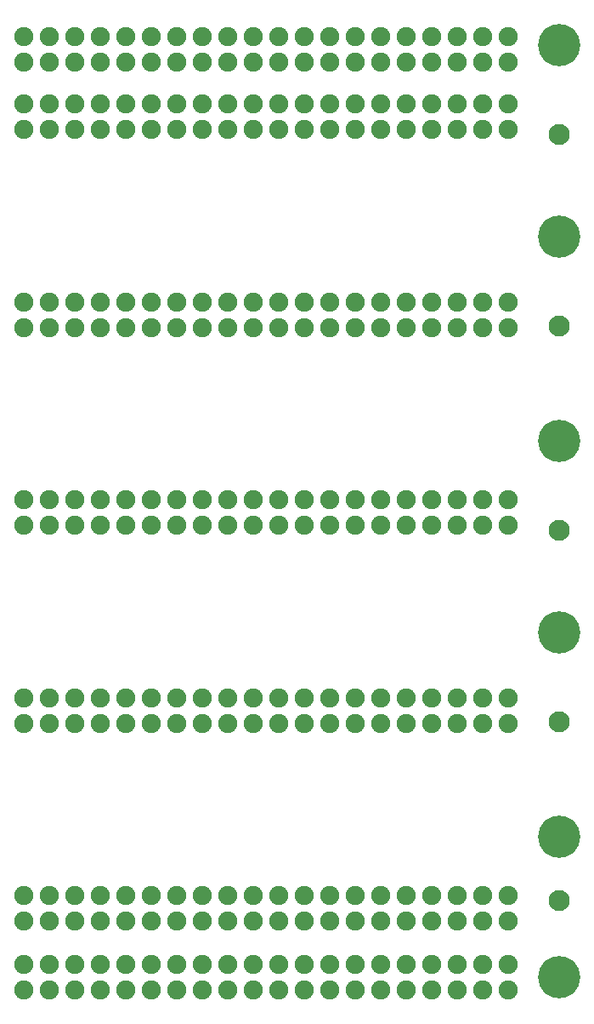
<source format=gbr>
G04 DipTrace 4.3.0.5*
G04 TopMask.gbr*
%MOMM*%
G04 #@! TF.FileFunction,Soldermask,Top*
G04 #@! TF.Part,Single*
%ADD23C,2.1*%
%ADD26C,4.2*%
%ADD28C,1.9*%
%FSLAX35Y35*%
G04*
G71*
G90*
G75*
G01*
G04 TopMask*
%LPD*%
D28*
X4826000Y8559123D3*
Y8813123D3*
X4572000Y8559123D3*
Y8813123D3*
X4318000Y8559123D3*
Y8813123D3*
X4064000Y8559123D3*
Y8813123D3*
X3810000Y8559123D3*
Y8813123D3*
X3556000Y8559123D3*
Y8813123D3*
X3302000Y8559123D3*
Y8813123D3*
X3048000Y8559123D3*
Y8813123D3*
X2794000Y8559123D3*
Y8813123D3*
X2540000Y8559123D3*
Y8813123D3*
X2286000Y8559123D3*
Y8813123D3*
X2032000Y8559123D3*
Y8813123D3*
X1778000Y8559123D3*
Y8813123D3*
X1524000Y8559123D3*
Y8813123D3*
X1270000Y8559123D3*
Y8813123D3*
X1016000Y8559123D3*
Y8813123D3*
X762000Y8559123D3*
Y8813123D3*
X508000Y8559123D3*
Y8813123D3*
X254000Y8559123D3*
Y8813123D3*
X0Y8559123D3*
Y8813123D3*
X4826000Y9229873D3*
Y9483873D3*
X4572000Y9229873D3*
Y9483873D3*
X4318000Y9229873D3*
Y9483873D3*
X4064000Y9229873D3*
Y9483873D3*
X3810000Y9229873D3*
Y9483873D3*
X3556000Y9229873D3*
Y9483873D3*
X3302000Y9229873D3*
Y9483873D3*
X3048000Y9229873D3*
Y9483873D3*
X2794000Y9229873D3*
Y9483873D3*
X2540000Y9229873D3*
Y9483873D3*
X2286000Y9229873D3*
Y9483873D3*
X2032000Y9229873D3*
Y9483873D3*
X1778000Y9229873D3*
Y9483873D3*
X1524000Y9229873D3*
Y9483873D3*
X1270000Y9229873D3*
Y9483873D3*
X1016000Y9229873D3*
Y9483873D3*
X762000Y9229873D3*
Y9483873D3*
X508000Y9229873D3*
Y9483873D3*
X254000Y9229873D3*
Y9483873D3*
X0Y9229873D3*
Y9483873D3*
X4826000Y6590623D3*
Y6844623D3*
X4572000Y6590623D3*
Y6844623D3*
X4318000Y6590623D3*
Y6844623D3*
X4064000Y6590623D3*
Y6844623D3*
X3810000Y6590623D3*
Y6844623D3*
X3556000Y6590623D3*
Y6844623D3*
X3302000Y6590623D3*
Y6844623D3*
X3048000Y6590623D3*
Y6844623D3*
X2794000Y6590623D3*
Y6844623D3*
X2540000Y6590623D3*
Y6844623D3*
X2286000Y6590623D3*
Y6844623D3*
X2032000Y6590623D3*
Y6844623D3*
X1778000Y6590623D3*
Y6844623D3*
X1524000Y6590623D3*
Y6844623D3*
X1270000Y6590623D3*
Y6844623D3*
X1016000Y6590623D3*
Y6844623D3*
X762000Y6590623D3*
Y6844623D3*
X508000Y6590623D3*
Y6844623D3*
X254000Y6590623D3*
Y6844623D3*
X0Y6590623D3*
Y6844623D3*
X4826000Y0D3*
Y254000D3*
X4572000Y0D3*
Y254000D3*
X4318000Y0D3*
Y254000D3*
X4064000Y0D3*
Y254000D3*
X3810000Y0D3*
Y254000D3*
X3556000Y0D3*
Y254000D3*
X3302000Y0D3*
Y254000D3*
X3048000Y0D3*
Y254000D3*
X2794000Y0D3*
Y254000D3*
X2540000Y0D3*
Y254000D3*
X2286000Y0D3*
Y254000D3*
X2032000Y0D3*
Y254000D3*
X1778000Y0D3*
Y254000D3*
X1524000Y0D3*
Y254000D3*
X1270000Y0D3*
Y254000D3*
X1016000Y0D3*
Y254000D3*
X762000Y0D3*
Y254000D3*
X508000Y0D3*
Y254000D3*
X254000Y0D3*
Y254000D3*
X0Y0D3*
Y254000D3*
X4826000Y4622123D3*
Y4876123D3*
X4572000Y4622123D3*
Y4876123D3*
X4318000Y4622123D3*
Y4876123D3*
X4064000Y4622123D3*
Y4876123D3*
X3810000Y4622123D3*
Y4876123D3*
X3556000Y4622123D3*
Y4876123D3*
X3302000Y4622123D3*
Y4876123D3*
X3048000Y4622123D3*
Y4876123D3*
X2794000Y4622123D3*
Y4876123D3*
X2540000Y4622123D3*
Y4876123D3*
X2286000Y4622123D3*
Y4876123D3*
X2032000Y4622123D3*
Y4876123D3*
X1778000Y4622123D3*
Y4876123D3*
X1524000Y4622123D3*
Y4876123D3*
X1270000Y4622123D3*
Y4876123D3*
X1016000Y4622123D3*
Y4876123D3*
X762000Y4622123D3*
Y4876123D3*
X508000Y4622123D3*
Y4876123D3*
X254000Y4622123D3*
Y4876123D3*
X0Y4622123D3*
Y4876123D3*
X4826000Y2653623D3*
Y2907623D3*
X4572000Y2653623D3*
Y2907623D3*
X4318000Y2653623D3*
Y2907623D3*
X4064000Y2653623D3*
Y2907623D3*
X3810000Y2653623D3*
Y2907623D3*
X3556000Y2653623D3*
Y2907623D3*
X3302000Y2653623D3*
Y2907623D3*
X3048000Y2653623D3*
Y2907623D3*
X2794000Y2653623D3*
Y2907623D3*
X2540000Y2653623D3*
Y2907623D3*
X2286000Y2653623D3*
Y2907623D3*
X2032000Y2653623D3*
Y2907623D3*
X1778000Y2653623D3*
Y2907623D3*
X1524000Y2653623D3*
Y2907623D3*
X1270000Y2653623D3*
Y2907623D3*
X1016000Y2653623D3*
Y2907623D3*
X762000Y2653623D3*
Y2907623D3*
X508000Y2653623D3*
Y2907623D3*
X254000Y2653623D3*
Y2907623D3*
X0Y2653623D3*
Y2907623D3*
X4826000Y685123D3*
Y939123D3*
X4572000Y685123D3*
Y939123D3*
X4318000Y685123D3*
Y939123D3*
X4064000Y685123D3*
Y939123D3*
X3810000Y685123D3*
Y939123D3*
X3556000Y685123D3*
Y939123D3*
X3302000Y685123D3*
Y939123D3*
X3048000Y685123D3*
Y939123D3*
X2794000Y685123D3*
Y939123D3*
X2540000Y685123D3*
Y939123D3*
X2286000Y685123D3*
Y939123D3*
X2032000Y685123D3*
Y939123D3*
X1778000Y685123D3*
Y939123D3*
X1524000Y685123D3*
Y939123D3*
X1270000Y685123D3*
Y939123D3*
X1016000Y685123D3*
Y939123D3*
X762000Y685123D3*
Y939123D3*
X508000Y685123D3*
Y939123D3*
X254000Y685123D3*
Y939123D3*
X0Y685123D3*
Y939123D3*
D26*
X5334000Y9398000D3*
Y7493000D3*
Y5463497D3*
Y1526497D3*
Y127000D3*
Y3558497D3*
D23*
Y889000D3*
Y2667000D3*
Y4572000D3*
Y6604000D3*
Y8509000D3*
M02*

</source>
